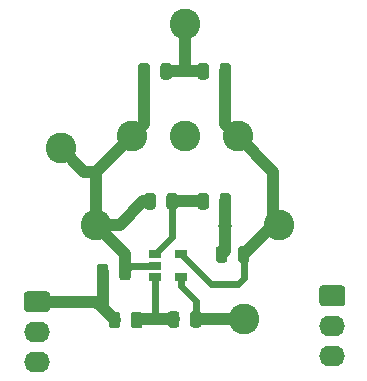
<source format=gbr>
%TF.GenerationSoftware,KiCad,Pcbnew,5.1.6-c6e7f7d~87~ubuntu18.04.1*%
%TF.CreationDate,2021-10-05T16:46:07+13:00*%
%TF.ProjectId,Temp-ctrl pot-ctrl add-on oct4,54656d70-2d63-4747-926c-20706f742d63,rev?*%
%TF.SameCoordinates,Original*%
%TF.FileFunction,Copper,L1,Top*%
%TF.FilePolarity,Positive*%
%FSLAX46Y46*%
G04 Gerber Fmt 4.6, Leading zero omitted, Abs format (unit mm)*
G04 Created by KiCad (PCBNEW 5.1.6-c6e7f7d~87~ubuntu18.04.1) date 2021-10-05 16:46:07*
%MOMM*%
%LPD*%
G01*
G04 APERTURE LIST*
%TA.AperFunction,ComponentPad*%
%ADD10C,2.600000*%
%TD*%
%TA.AperFunction,ComponentPad*%
%ADD11O,2.190000X1.740000*%
%TD*%
%TA.AperFunction,SMDPad,CuDef*%
%ADD12R,1.060000X0.650000*%
%TD*%
%TA.AperFunction,ViaPad*%
%ADD13C,1.200000*%
%TD*%
%TA.AperFunction,Conductor*%
%ADD14C,1.000000*%
%TD*%
%TA.AperFunction,Conductor*%
%ADD15C,0.600000*%
%TD*%
G04 APERTURE END LIST*
D10*
%TO.P,J1,1*%
%TO.N,Net-(J1-Pad1)*%
X175000000Y-61000000D03*
%TD*%
%TO.P,J2,1*%
%TO.N,Net-(J2-Pad1)*%
X179500000Y-70500000D03*
%TD*%
%TO.P,J3,1*%
%TO.N,Net-(J3-Pad1)*%
X175000000Y-70500000D03*
%TD*%
%TO.P,J4,1*%
%TO.N,Net-(J10-Pad1)*%
X170500000Y-70500000D03*
%TD*%
%TO.P,J5,1*%
%TO.N,Net-(J2-Pad1)*%
X183000000Y-78000000D03*
%TD*%
D11*
%TO.P,J6,3*%
%TO.N,N/C*%
X187500000Y-89080000D03*
%TO.P,J6,2*%
X187500000Y-86540000D03*
%TO.P,J6,1*%
%TO.N,Net-(J6-Pad1)*%
%TA.AperFunction,ComponentPad*%
G36*
G01*
X186654999Y-83130000D02*
X188345001Y-83130000D01*
G75*
G02*
X188595000Y-83379999I0J-249999D01*
G01*
X188595000Y-84620001D01*
G75*
G02*
X188345001Y-84870000I-249999J0D01*
G01*
X186654999Y-84870000D01*
G75*
G02*
X186405000Y-84620001I0J249999D01*
G01*
X186405000Y-83379999D01*
G75*
G02*
X186654999Y-83130000I249999J0D01*
G01*
G37*
%TD.AperFunction*%
%TD*%
D10*
%TO.P,J7,1*%
%TO.N,Net-(J7-Pad1)*%
X180000000Y-86000000D03*
%TD*%
%TO.P,J8,1*%
%TO.N,Net-(J8-Pad1)*%
%TA.AperFunction,ComponentPad*%
G36*
G01*
X161654999Y-83630000D02*
X163345001Y-83630000D01*
G75*
G02*
X163595000Y-83879999I0J-249999D01*
G01*
X163595000Y-85120001D01*
G75*
G02*
X163345001Y-85370000I-249999J0D01*
G01*
X161654999Y-85370000D01*
G75*
G02*
X161405000Y-85120001I0J249999D01*
G01*
X161405000Y-83879999D01*
G75*
G02*
X161654999Y-83630000I249999J0D01*
G01*
G37*
%TD.AperFunction*%
D11*
%TO.P,J8,2*%
%TO.N,N/C*%
X162500000Y-87040000D03*
%TO.P,J8,3*%
X162500000Y-89580000D03*
%TD*%
D10*
%TO.P,J9,1*%
%TO.N,Net-(J10-Pad1)*%
X164500000Y-71500000D03*
%TD*%
%TO.P,J10,1*%
%TO.N,Net-(J10-Pad1)*%
X167500000Y-78000000D03*
%TD*%
%TO.P,R1,2*%
%TO.N,Net-(J1-Pad1)*%
%TA.AperFunction,SMDPad,CuDef*%
G36*
G01*
X177050000Y-64543750D02*
X177050000Y-65456250D01*
G75*
G02*
X176806250Y-65700000I-243750J0D01*
G01*
X176318750Y-65700000D01*
G75*
G02*
X176075000Y-65456250I0J243750D01*
G01*
X176075000Y-64543750D01*
G75*
G02*
X176318750Y-64300000I243750J0D01*
G01*
X176806250Y-64300000D01*
G75*
G02*
X177050000Y-64543750I0J-243750D01*
G01*
G37*
%TD.AperFunction*%
%TO.P,R1,1*%
%TO.N,Net-(J2-Pad1)*%
%TA.AperFunction,SMDPad,CuDef*%
G36*
G01*
X178925000Y-64543750D02*
X178925000Y-65456250D01*
G75*
G02*
X178681250Y-65700000I-243750J0D01*
G01*
X178193750Y-65700000D01*
G75*
G02*
X177950000Y-65456250I0J243750D01*
G01*
X177950000Y-64543750D01*
G75*
G02*
X178193750Y-64300000I243750J0D01*
G01*
X178681250Y-64300000D01*
G75*
G02*
X178925000Y-64543750I0J-243750D01*
G01*
G37*
%TD.AperFunction*%
%TD*%
%TO.P,R2,1*%
%TO.N,Net-(J1-Pad1)*%
%TA.AperFunction,SMDPad,CuDef*%
G36*
G01*
X173925000Y-64543750D02*
X173925000Y-65456250D01*
G75*
G02*
X173681250Y-65700000I-243750J0D01*
G01*
X173193750Y-65700000D01*
G75*
G02*
X172950000Y-65456250I0J243750D01*
G01*
X172950000Y-64543750D01*
G75*
G02*
X173193750Y-64300000I243750J0D01*
G01*
X173681250Y-64300000D01*
G75*
G02*
X173925000Y-64543750I0J-243750D01*
G01*
G37*
%TD.AperFunction*%
%TO.P,R2,2*%
%TO.N,Net-(J10-Pad1)*%
%TA.AperFunction,SMDPad,CuDef*%
G36*
G01*
X172050000Y-64543750D02*
X172050000Y-65456250D01*
G75*
G02*
X171806250Y-65700000I-243750J0D01*
G01*
X171318750Y-65700000D01*
G75*
G02*
X171075000Y-65456250I0J243750D01*
G01*
X171075000Y-64543750D01*
G75*
G02*
X171318750Y-64300000I243750J0D01*
G01*
X171806250Y-64300000D01*
G75*
G02*
X172050000Y-64543750I0J-243750D01*
G01*
G37*
%TD.AperFunction*%
%TD*%
%TO.P,R3,2*%
%TO.N,Net-(R3-Pad2)*%
%TA.AperFunction,SMDPad,CuDef*%
G36*
G01*
X173450000Y-76456250D02*
X173450000Y-75543750D01*
G75*
G02*
X173693750Y-75300000I243750J0D01*
G01*
X174181250Y-75300000D01*
G75*
G02*
X174425000Y-75543750I0J-243750D01*
G01*
X174425000Y-76456250D01*
G75*
G02*
X174181250Y-76700000I-243750J0D01*
G01*
X173693750Y-76700000D01*
G75*
G02*
X173450000Y-76456250I0J243750D01*
G01*
G37*
%TD.AperFunction*%
%TO.P,R3,1*%
%TO.N,Net-(J10-Pad1)*%
%TA.AperFunction,SMDPad,CuDef*%
G36*
G01*
X171575000Y-76456250D02*
X171575000Y-75543750D01*
G75*
G02*
X171818750Y-75300000I243750J0D01*
G01*
X172306250Y-75300000D01*
G75*
G02*
X172550000Y-75543750I0J-243750D01*
G01*
X172550000Y-76456250D01*
G75*
G02*
X172306250Y-76700000I-243750J0D01*
G01*
X171818750Y-76700000D01*
G75*
G02*
X171575000Y-76456250I0J243750D01*
G01*
G37*
%TD.AperFunction*%
%TD*%
%TO.P,R4,1*%
%TO.N,Net-(J2-Pad1)*%
%TA.AperFunction,SMDPad,CuDef*%
G36*
G01*
X180487500Y-80043750D02*
X180487500Y-80956250D01*
G75*
G02*
X180243750Y-81200000I-243750J0D01*
G01*
X179756250Y-81200000D01*
G75*
G02*
X179512500Y-80956250I0J243750D01*
G01*
X179512500Y-80043750D01*
G75*
G02*
X179756250Y-79800000I243750J0D01*
G01*
X180243750Y-79800000D01*
G75*
G02*
X180487500Y-80043750I0J-243750D01*
G01*
G37*
%TD.AperFunction*%
%TO.P,R4,2*%
%TO.N,Net-(J6-Pad1)*%
%TA.AperFunction,SMDPad,CuDef*%
G36*
G01*
X178612500Y-80043750D02*
X178612500Y-80956250D01*
G75*
G02*
X178368750Y-81200000I-243750J0D01*
G01*
X177881250Y-81200000D01*
G75*
G02*
X177637500Y-80956250I0J243750D01*
G01*
X177637500Y-80043750D01*
G75*
G02*
X177881250Y-79800000I243750J0D01*
G01*
X178368750Y-79800000D01*
G75*
G02*
X178612500Y-80043750I0J-243750D01*
G01*
G37*
%TD.AperFunction*%
%TD*%
%TO.P,R5,1*%
%TO.N,Net-(R3-Pad2)*%
%TA.AperFunction,SMDPad,CuDef*%
G36*
G01*
X176075000Y-76456250D02*
X176075000Y-75543750D01*
G75*
G02*
X176318750Y-75300000I243750J0D01*
G01*
X176806250Y-75300000D01*
G75*
G02*
X177050000Y-75543750I0J-243750D01*
G01*
X177050000Y-76456250D01*
G75*
G02*
X176806250Y-76700000I-243750J0D01*
G01*
X176318750Y-76700000D01*
G75*
G02*
X176075000Y-76456250I0J243750D01*
G01*
G37*
%TD.AperFunction*%
%TO.P,R5,2*%
%TO.N,Net-(J6-Pad1)*%
%TA.AperFunction,SMDPad,CuDef*%
G36*
G01*
X177950000Y-76456250D02*
X177950000Y-75543750D01*
G75*
G02*
X178193750Y-75300000I243750J0D01*
G01*
X178681250Y-75300000D01*
G75*
G02*
X178925000Y-75543750I0J-243750D01*
G01*
X178925000Y-76456250D01*
G75*
G02*
X178681250Y-76700000I-243750J0D01*
G01*
X178193750Y-76700000D01*
G75*
G02*
X177950000Y-76456250I0J243750D01*
G01*
G37*
%TD.AperFunction*%
%TD*%
%TO.P,R6,2*%
%TO.N,Net-(J8-Pad1)*%
%TA.AperFunction,SMDPad,CuDef*%
G36*
G01*
X169550000Y-85606250D02*
X169550000Y-86518750D01*
G75*
G02*
X169306250Y-86762500I-243750J0D01*
G01*
X168818750Y-86762500D01*
G75*
G02*
X168575000Y-86518750I0J243750D01*
G01*
X168575000Y-85606250D01*
G75*
G02*
X168818750Y-85362500I243750J0D01*
G01*
X169306250Y-85362500D01*
G75*
G02*
X169550000Y-85606250I0J-243750D01*
G01*
G37*
%TD.AperFunction*%
%TO.P,R6,1*%
%TO.N,Net-(R6-Pad1)*%
%TA.AperFunction,SMDPad,CuDef*%
G36*
G01*
X171425000Y-85606250D02*
X171425000Y-86518750D01*
G75*
G02*
X171181250Y-86762500I-243750J0D01*
G01*
X170693750Y-86762500D01*
G75*
G02*
X170450000Y-86518750I0J243750D01*
G01*
X170450000Y-85606250D01*
G75*
G02*
X170693750Y-85362500I243750J0D01*
G01*
X171181250Y-85362500D01*
G75*
G02*
X171425000Y-85606250I0J-243750D01*
G01*
G37*
%TD.AperFunction*%
%TD*%
%TO.P,R7,2*%
%TO.N,Net-(J10-Pad1)*%
%TA.AperFunction,SMDPad,CuDef*%
G36*
G01*
X169450000Y-82456250D02*
X169450000Y-81543750D01*
G75*
G02*
X169693750Y-81300000I243750J0D01*
G01*
X170181250Y-81300000D01*
G75*
G02*
X170425000Y-81543750I0J-243750D01*
G01*
X170425000Y-82456250D01*
G75*
G02*
X170181250Y-82700000I-243750J0D01*
G01*
X169693750Y-82700000D01*
G75*
G02*
X169450000Y-82456250I0J243750D01*
G01*
G37*
%TD.AperFunction*%
%TO.P,R7,1*%
%TO.N,Net-(J8-Pad1)*%
%TA.AperFunction,SMDPad,CuDef*%
G36*
G01*
X167575000Y-82456250D02*
X167575000Y-81543750D01*
G75*
G02*
X167818750Y-81300000I243750J0D01*
G01*
X168306250Y-81300000D01*
G75*
G02*
X168550000Y-81543750I0J-243750D01*
G01*
X168550000Y-82456250D01*
G75*
G02*
X168306250Y-82700000I-243750J0D01*
G01*
X167818750Y-82700000D01*
G75*
G02*
X167575000Y-82456250I0J243750D01*
G01*
G37*
%TD.AperFunction*%
%TD*%
%TO.P,R8,1*%
%TO.N,Net-(J7-Pad1)*%
%TA.AperFunction,SMDPad,CuDef*%
G36*
G01*
X176425000Y-85543750D02*
X176425000Y-86456250D01*
G75*
G02*
X176181250Y-86700000I-243750J0D01*
G01*
X175693750Y-86700000D01*
G75*
G02*
X175450000Y-86456250I0J243750D01*
G01*
X175450000Y-85543750D01*
G75*
G02*
X175693750Y-85300000I243750J0D01*
G01*
X176181250Y-85300000D01*
G75*
G02*
X176425000Y-85543750I0J-243750D01*
G01*
G37*
%TD.AperFunction*%
%TO.P,R8,2*%
%TO.N,Net-(R6-Pad1)*%
%TA.AperFunction,SMDPad,CuDef*%
G36*
G01*
X174550000Y-85543750D02*
X174550000Y-86456250D01*
G75*
G02*
X174306250Y-86700000I-243750J0D01*
G01*
X173818750Y-86700000D01*
G75*
G02*
X173575000Y-86456250I0J243750D01*
G01*
X173575000Y-85543750D01*
G75*
G02*
X173818750Y-85300000I243750J0D01*
G01*
X174306250Y-85300000D01*
G75*
G02*
X174550000Y-85543750I0J-243750D01*
G01*
G37*
%TD.AperFunction*%
%TD*%
D12*
%TO.P,U1,1*%
%TO.N,Net-(R3-Pad2)*%
X172500000Y-80500000D03*
%TO.P,U1,2*%
%TO.N,Net-(J10-Pad1)*%
X172500000Y-81450000D03*
%TO.P,U1,3*%
%TO.N,Net-(R6-Pad1)*%
X172500000Y-82400000D03*
%TO.P,U1,4*%
%TO.N,Net-(J7-Pad1)*%
X174700000Y-82400000D03*
%TO.P,U1,5*%
%TO.N,Net-(J2-Pad1)*%
X174700000Y-80500000D03*
%TD*%
D13*
%TO.N,Net-(J6-Pad1)*%
X178437500Y-78062500D03*
%TD*%
D14*
%TO.N,Net-(J1-Pad1)*%
X175000000Y-61000000D02*
X175000000Y-65000000D01*
X175000000Y-65000000D02*
X173437500Y-65000000D01*
X175000000Y-65000000D02*
X176562500Y-65000000D01*
%TO.N,Net-(J2-Pad1)*%
X178437500Y-69437500D02*
X179500000Y-70500000D01*
X178437500Y-65000000D02*
X178437500Y-69437500D01*
X179500000Y-70500000D02*
X182500000Y-73500000D01*
X182500000Y-77500000D02*
X183000000Y-78000000D01*
X182500000Y-73500000D02*
X182500000Y-77500000D01*
D15*
X174700000Y-80500000D02*
X177200000Y-83000000D01*
X177200000Y-83000000D02*
X179500000Y-83000000D01*
X180000000Y-82500000D02*
X180000000Y-80500000D01*
X179500000Y-83000000D02*
X180000000Y-82500000D01*
D14*
X182500000Y-78000000D02*
X180000000Y-80500000D01*
X183000000Y-78000000D02*
X182500000Y-78000000D01*
%TO.N,Net-(J10-Pad1)*%
X171562500Y-69437500D02*
X170500000Y-70500000D01*
X171562500Y-65000000D02*
X171562500Y-69437500D01*
X170500000Y-70500000D02*
X167500000Y-73500000D01*
X167500000Y-73500000D02*
X167500000Y-78000000D01*
X172062500Y-76000000D02*
X171500000Y-76000000D01*
X169500000Y-78000000D02*
X167500000Y-78000000D01*
X171500000Y-76000000D02*
X169500000Y-78000000D01*
X169937500Y-80437500D02*
X169937500Y-82000000D01*
X167500000Y-78000000D02*
X169937500Y-80437500D01*
D15*
X170487500Y-81450000D02*
X169937500Y-82000000D01*
X172500000Y-81450000D02*
X170487500Y-81450000D01*
D14*
X166500000Y-73500000D02*
X167500000Y-73500000D01*
X164500000Y-71500000D02*
X166500000Y-73500000D01*
%TO.N,Net-(J6-Pad1)*%
X178437500Y-80187500D02*
X178125000Y-80500000D01*
X178437500Y-76000000D02*
X178437500Y-78062500D01*
X178437500Y-78062500D02*
X178437500Y-80187500D01*
%TO.N,Net-(J7-Pad1)*%
X180000000Y-86000000D02*
X175937500Y-86000000D01*
D15*
X174700000Y-82400000D02*
X174700000Y-83200000D01*
X175937500Y-84437500D02*
X175937500Y-86000000D01*
X174700000Y-83200000D02*
X175937500Y-84437500D01*
D14*
%TO.N,Net-(J8-Pad1)*%
X168062500Y-85062500D02*
X169062500Y-86062500D01*
X168062500Y-82000000D02*
X168062500Y-85062500D01*
X167500000Y-84500000D02*
X168062500Y-85062500D01*
X162500000Y-84500000D02*
X167500000Y-84500000D01*
D15*
%TO.N,Net-(R3-Pad2)*%
X173937500Y-79062500D02*
X172500000Y-80500000D01*
X173937500Y-76000000D02*
X173937500Y-79062500D01*
D14*
X176562500Y-76000000D02*
X173937500Y-76000000D01*
%TO.N,Net-(R6-Pad1)*%
X171000000Y-86000000D02*
X170937500Y-86062500D01*
D15*
X172500000Y-82400000D02*
X172500000Y-85500000D01*
X172500000Y-85500000D02*
X172000000Y-86000000D01*
D14*
X174062500Y-86000000D02*
X172000000Y-86000000D01*
X172000000Y-86000000D02*
X171000000Y-86000000D01*
%TD*%
M02*

</source>
